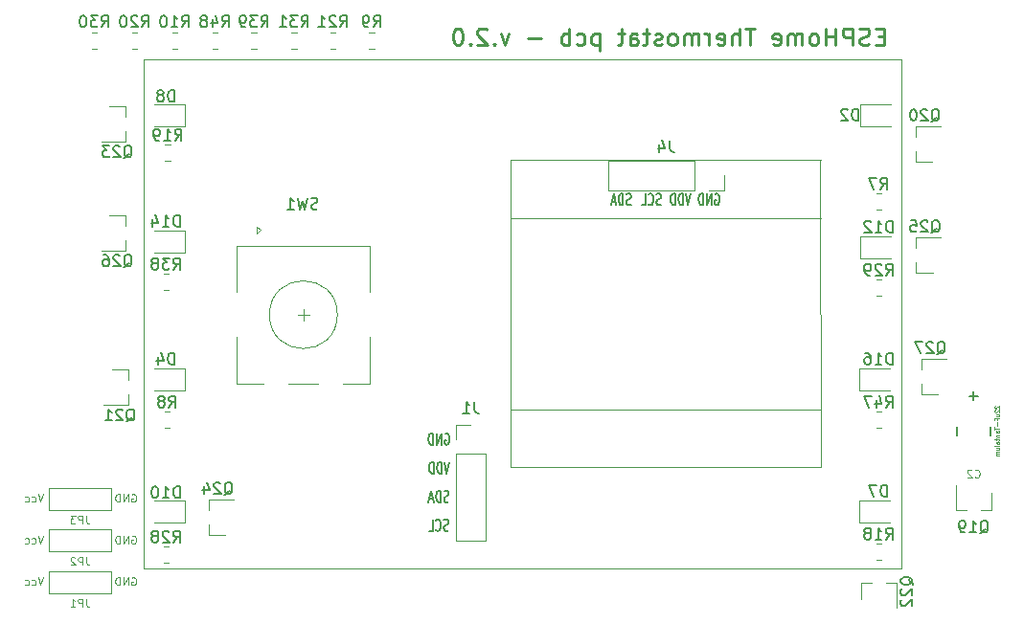
<source format=gbo>
G04 #@! TF.GenerationSoftware,KiCad,Pcbnew,5.1.12-84ad8e8a86~92~ubuntu20.04.1*
G04 #@! TF.CreationDate,2022-02-11T20:38:02+01:00*
G04 #@! TF.ProjectId,ESPHome-Thermostat-pcb,45535048-6f6d-4652-9d54-6865726d6f73,2.0*
G04 #@! TF.SameCoordinates,Original*
G04 #@! TF.FileFunction,Legend,Bot*
G04 #@! TF.FilePolarity,Positive*
%FSLAX46Y46*%
G04 Gerber Fmt 4.6, Leading zero omitted, Abs format (unit mm)*
G04 Created by KiCad (PCBNEW 5.1.12-84ad8e8a86~92~ubuntu20.04.1) date 2022-02-11 20:38:02*
%MOMM*%
%LPD*%
G01*
G04 APERTURE LIST*
%ADD10C,0.250000*%
%ADD11C,0.150000*%
%ADD12C,0.120000*%
%ADD13C,0.127000*%
%ADD14C,0.050000*%
G04 APERTURE END LIST*
D10*
X126950000Y-51962857D02*
X126450000Y-51962857D01*
X126235714Y-52748571D02*
X126950000Y-52748571D01*
X126950000Y-51248571D01*
X126235714Y-51248571D01*
X125664285Y-52677142D02*
X125450000Y-52748571D01*
X125092857Y-52748571D01*
X124950000Y-52677142D01*
X124878571Y-52605714D01*
X124807142Y-52462857D01*
X124807142Y-52320000D01*
X124878571Y-52177142D01*
X124950000Y-52105714D01*
X125092857Y-52034285D01*
X125378571Y-51962857D01*
X125521428Y-51891428D01*
X125592857Y-51820000D01*
X125664285Y-51677142D01*
X125664285Y-51534285D01*
X125592857Y-51391428D01*
X125521428Y-51320000D01*
X125378571Y-51248571D01*
X125021428Y-51248571D01*
X124807142Y-51320000D01*
X124164285Y-52748571D02*
X124164285Y-51248571D01*
X123592857Y-51248571D01*
X123450000Y-51320000D01*
X123378571Y-51391428D01*
X123307142Y-51534285D01*
X123307142Y-51748571D01*
X123378571Y-51891428D01*
X123450000Y-51962857D01*
X123592857Y-52034285D01*
X124164285Y-52034285D01*
X122664285Y-52748571D02*
X122664285Y-51248571D01*
X122664285Y-51962857D02*
X121807142Y-51962857D01*
X121807142Y-52748571D02*
X121807142Y-51248571D01*
X120878571Y-52748571D02*
X121021428Y-52677142D01*
X121092857Y-52605714D01*
X121164285Y-52462857D01*
X121164285Y-52034285D01*
X121092857Y-51891428D01*
X121021428Y-51820000D01*
X120878571Y-51748571D01*
X120664285Y-51748571D01*
X120521428Y-51820000D01*
X120450000Y-51891428D01*
X120378571Y-52034285D01*
X120378571Y-52462857D01*
X120450000Y-52605714D01*
X120521428Y-52677142D01*
X120664285Y-52748571D01*
X120878571Y-52748571D01*
X119735714Y-52748571D02*
X119735714Y-51748571D01*
X119735714Y-51891428D02*
X119664285Y-51820000D01*
X119521428Y-51748571D01*
X119307142Y-51748571D01*
X119164285Y-51820000D01*
X119092857Y-51962857D01*
X119092857Y-52748571D01*
X119092857Y-51962857D02*
X119021428Y-51820000D01*
X118878571Y-51748571D01*
X118664285Y-51748571D01*
X118521428Y-51820000D01*
X118450000Y-51962857D01*
X118450000Y-52748571D01*
X117164285Y-52677142D02*
X117307142Y-52748571D01*
X117592857Y-52748571D01*
X117735714Y-52677142D01*
X117807142Y-52534285D01*
X117807142Y-51962857D01*
X117735714Y-51820000D01*
X117592857Y-51748571D01*
X117307142Y-51748571D01*
X117164285Y-51820000D01*
X117092857Y-51962857D01*
X117092857Y-52105714D01*
X117807142Y-52248571D01*
X115521428Y-51248571D02*
X114664285Y-51248571D01*
X115092857Y-52748571D02*
X115092857Y-51248571D01*
X114164285Y-52748571D02*
X114164285Y-51248571D01*
X113521428Y-52748571D02*
X113521428Y-51962857D01*
X113592857Y-51820000D01*
X113735714Y-51748571D01*
X113950000Y-51748571D01*
X114092857Y-51820000D01*
X114164285Y-51891428D01*
X112235714Y-52677142D02*
X112378571Y-52748571D01*
X112664285Y-52748571D01*
X112807142Y-52677142D01*
X112878571Y-52534285D01*
X112878571Y-51962857D01*
X112807142Y-51820000D01*
X112664285Y-51748571D01*
X112378571Y-51748571D01*
X112235714Y-51820000D01*
X112164285Y-51962857D01*
X112164285Y-52105714D01*
X112878571Y-52248571D01*
X111521428Y-52748571D02*
X111521428Y-51748571D01*
X111521428Y-52034285D02*
X111450000Y-51891428D01*
X111378571Y-51820000D01*
X111235714Y-51748571D01*
X111092857Y-51748571D01*
X110592857Y-52748571D02*
X110592857Y-51748571D01*
X110592857Y-51891428D02*
X110521428Y-51820000D01*
X110378571Y-51748571D01*
X110164285Y-51748571D01*
X110021428Y-51820000D01*
X109950000Y-51962857D01*
X109950000Y-52748571D01*
X109950000Y-51962857D02*
X109878571Y-51820000D01*
X109735714Y-51748571D01*
X109521428Y-51748571D01*
X109378571Y-51820000D01*
X109307142Y-51962857D01*
X109307142Y-52748571D01*
X108378571Y-52748571D02*
X108521428Y-52677142D01*
X108592857Y-52605714D01*
X108664285Y-52462857D01*
X108664285Y-52034285D01*
X108592857Y-51891428D01*
X108521428Y-51820000D01*
X108378571Y-51748571D01*
X108164285Y-51748571D01*
X108021428Y-51820000D01*
X107950000Y-51891428D01*
X107878571Y-52034285D01*
X107878571Y-52462857D01*
X107950000Y-52605714D01*
X108021428Y-52677142D01*
X108164285Y-52748571D01*
X108378571Y-52748571D01*
X107307142Y-52677142D02*
X107164285Y-52748571D01*
X106878571Y-52748571D01*
X106735714Y-52677142D01*
X106664285Y-52534285D01*
X106664285Y-52462857D01*
X106735714Y-52320000D01*
X106878571Y-52248571D01*
X107092857Y-52248571D01*
X107235714Y-52177142D01*
X107307142Y-52034285D01*
X107307142Y-51962857D01*
X107235714Y-51820000D01*
X107092857Y-51748571D01*
X106878571Y-51748571D01*
X106735714Y-51820000D01*
X106235714Y-51748571D02*
X105664285Y-51748571D01*
X106021428Y-51248571D02*
X106021428Y-52534285D01*
X105950000Y-52677142D01*
X105807142Y-52748571D01*
X105664285Y-52748571D01*
X104521428Y-52748571D02*
X104521428Y-51962857D01*
X104592857Y-51820000D01*
X104735714Y-51748571D01*
X105021428Y-51748571D01*
X105164285Y-51820000D01*
X104521428Y-52677142D02*
X104664285Y-52748571D01*
X105021428Y-52748571D01*
X105164285Y-52677142D01*
X105235714Y-52534285D01*
X105235714Y-52391428D01*
X105164285Y-52248571D01*
X105021428Y-52177142D01*
X104664285Y-52177142D01*
X104521428Y-52105714D01*
X104021428Y-51748571D02*
X103450000Y-51748571D01*
X103807142Y-51248571D02*
X103807142Y-52534285D01*
X103735714Y-52677142D01*
X103592857Y-52748571D01*
X103450000Y-52748571D01*
X101807142Y-51748571D02*
X101807142Y-53248571D01*
X101807142Y-51820000D02*
X101664285Y-51748571D01*
X101378571Y-51748571D01*
X101235714Y-51820000D01*
X101164285Y-51891428D01*
X101092857Y-52034285D01*
X101092857Y-52462857D01*
X101164285Y-52605714D01*
X101235714Y-52677142D01*
X101378571Y-52748571D01*
X101664285Y-52748571D01*
X101807142Y-52677142D01*
X99807142Y-52677142D02*
X99950000Y-52748571D01*
X100235714Y-52748571D01*
X100378571Y-52677142D01*
X100450000Y-52605714D01*
X100521428Y-52462857D01*
X100521428Y-52034285D01*
X100450000Y-51891428D01*
X100378571Y-51820000D01*
X100235714Y-51748571D01*
X99950000Y-51748571D01*
X99807142Y-51820000D01*
X99164285Y-52748571D02*
X99164285Y-51248571D01*
X99164285Y-51820000D02*
X99021428Y-51748571D01*
X98735714Y-51748571D01*
X98592857Y-51820000D01*
X98521428Y-51891428D01*
X98450000Y-52034285D01*
X98450000Y-52462857D01*
X98521428Y-52605714D01*
X98592857Y-52677142D01*
X98735714Y-52748571D01*
X99021428Y-52748571D01*
X99164285Y-52677142D01*
X96664285Y-52177142D02*
X95521428Y-52177142D01*
X93807142Y-51748571D02*
X93450000Y-52748571D01*
X93092857Y-51748571D01*
X92521428Y-52605714D02*
X92450000Y-52677142D01*
X92521428Y-52748571D01*
X92592857Y-52677142D01*
X92521428Y-52605714D01*
X92521428Y-52748571D01*
X91878571Y-51391428D02*
X91807142Y-51320000D01*
X91664285Y-51248571D01*
X91307142Y-51248571D01*
X91164285Y-51320000D01*
X91092857Y-51391428D01*
X91021428Y-51534285D01*
X91021428Y-51677142D01*
X91092857Y-51891428D01*
X91950000Y-52748571D01*
X91021428Y-52748571D01*
X90378571Y-52605714D02*
X90307142Y-52677142D01*
X90378571Y-52748571D01*
X90450000Y-52677142D01*
X90378571Y-52605714D01*
X90378571Y-52748571D01*
X89378571Y-51248571D02*
X89235714Y-51248571D01*
X89092857Y-51320000D01*
X89021428Y-51391428D01*
X88950000Y-51534285D01*
X88878571Y-51820000D01*
X88878571Y-52177142D01*
X88950000Y-52462857D01*
X89021428Y-52605714D01*
X89092857Y-52677142D01*
X89235714Y-52748571D01*
X89378571Y-52748571D01*
X89521428Y-52677142D01*
X89592857Y-52605714D01*
X89664285Y-52462857D01*
X89735714Y-52177142D01*
X89735714Y-51820000D01*
X89664285Y-51534285D01*
X89592857Y-51391428D01*
X89521428Y-51320000D01*
X89378571Y-51248571D01*
D11*
X135254952Y-83764428D02*
X134493047Y-83764428D01*
X134874000Y-84145380D02*
X134874000Y-83383476D01*
X88463333Y-95654761D02*
X88363333Y-95702380D01*
X88196666Y-95702380D01*
X88130000Y-95654761D01*
X88096666Y-95607142D01*
X88063333Y-95511904D01*
X88063333Y-95416666D01*
X88096666Y-95321428D01*
X88130000Y-95273809D01*
X88196666Y-95226190D01*
X88330000Y-95178571D01*
X88396666Y-95130952D01*
X88430000Y-95083333D01*
X88463333Y-94988095D01*
X88463333Y-94892857D01*
X88430000Y-94797619D01*
X88396666Y-94750000D01*
X88330000Y-94702380D01*
X88163333Y-94702380D01*
X88063333Y-94750000D01*
X87363333Y-95607142D02*
X87396666Y-95654761D01*
X87496666Y-95702380D01*
X87563333Y-95702380D01*
X87663333Y-95654761D01*
X87730000Y-95559523D01*
X87763333Y-95464285D01*
X87796666Y-95273809D01*
X87796666Y-95130952D01*
X87763333Y-94940476D01*
X87730000Y-94845238D01*
X87663333Y-94750000D01*
X87563333Y-94702380D01*
X87496666Y-94702380D01*
X87396666Y-94750000D01*
X87363333Y-94797619D01*
X86730000Y-95702380D02*
X87063333Y-95702380D01*
X87063333Y-94702380D01*
X88480000Y-93114761D02*
X88380000Y-93162380D01*
X88213333Y-93162380D01*
X88146666Y-93114761D01*
X88113333Y-93067142D01*
X88080000Y-92971904D01*
X88080000Y-92876666D01*
X88113333Y-92781428D01*
X88146666Y-92733809D01*
X88213333Y-92686190D01*
X88346666Y-92638571D01*
X88413333Y-92590952D01*
X88446666Y-92543333D01*
X88480000Y-92448095D01*
X88480000Y-92352857D01*
X88446666Y-92257619D01*
X88413333Y-92210000D01*
X88346666Y-92162380D01*
X88180000Y-92162380D01*
X88080000Y-92210000D01*
X87780000Y-93162380D02*
X87780000Y-92162380D01*
X87613333Y-92162380D01*
X87513333Y-92210000D01*
X87446666Y-92305238D01*
X87413333Y-92400476D01*
X87380000Y-92590952D01*
X87380000Y-92733809D01*
X87413333Y-92924285D01*
X87446666Y-93019523D01*
X87513333Y-93114761D01*
X87613333Y-93162380D01*
X87780000Y-93162380D01*
X87113333Y-92876666D02*
X86780000Y-92876666D01*
X87180000Y-93162380D02*
X86946666Y-92162380D01*
X86713333Y-93162380D01*
X88563333Y-89622380D02*
X88330000Y-90622380D01*
X88096666Y-89622380D01*
X87863333Y-90622380D02*
X87863333Y-89622380D01*
X87696666Y-89622380D01*
X87596666Y-89670000D01*
X87530000Y-89765238D01*
X87496666Y-89860476D01*
X87463333Y-90050952D01*
X87463333Y-90193809D01*
X87496666Y-90384285D01*
X87530000Y-90479523D01*
X87596666Y-90574761D01*
X87696666Y-90622380D01*
X87863333Y-90622380D01*
X87163333Y-90622380D02*
X87163333Y-89622380D01*
X86996666Y-89622380D01*
X86896666Y-89670000D01*
X86830000Y-89765238D01*
X86796666Y-89860476D01*
X86763333Y-90050952D01*
X86763333Y-90193809D01*
X86796666Y-90384285D01*
X86830000Y-90479523D01*
X86896666Y-90574761D01*
X86996666Y-90622380D01*
X87163333Y-90622380D01*
X88163333Y-87130000D02*
X88230000Y-87082380D01*
X88330000Y-87082380D01*
X88430000Y-87130000D01*
X88496666Y-87225238D01*
X88530000Y-87320476D01*
X88563333Y-87510952D01*
X88563333Y-87653809D01*
X88530000Y-87844285D01*
X88496666Y-87939523D01*
X88430000Y-88034761D01*
X88330000Y-88082380D01*
X88263333Y-88082380D01*
X88163333Y-88034761D01*
X88130000Y-87987142D01*
X88130000Y-87653809D01*
X88263333Y-87653809D01*
X87830000Y-88082380D02*
X87830000Y-87082380D01*
X87430000Y-88082380D01*
X87430000Y-87082380D01*
X87096666Y-88082380D02*
X87096666Y-87082380D01*
X86930000Y-87082380D01*
X86830000Y-87130000D01*
X86763333Y-87225238D01*
X86730000Y-87320476D01*
X86696666Y-87510952D01*
X86696666Y-87653809D01*
X86730000Y-87844285D01*
X86763333Y-87939523D01*
X86830000Y-88034761D01*
X86930000Y-88082380D01*
X87096666Y-88082380D01*
D12*
X61500000Y-99000000D02*
X61500000Y-54000000D01*
X128500000Y-99000000D02*
X61500000Y-99000000D01*
X128500000Y-54000000D02*
X128500000Y-99000000D01*
X61500000Y-54000000D02*
X128500000Y-54000000D01*
X130304000Y-83622000D02*
X131764000Y-83622000D01*
X130304000Y-80462000D02*
X132464000Y-80462000D01*
X130304000Y-80462000D02*
X130304000Y-81392000D01*
X130304000Y-83622000D02*
X130304000Y-82692000D01*
X59942000Y-67762000D02*
X58482000Y-67762000D01*
X59942000Y-70922000D02*
X57782000Y-70922000D01*
X59942000Y-70922000D02*
X59942000Y-69992000D01*
X59942000Y-67762000D02*
X59942000Y-68692000D01*
X129812000Y-72888000D02*
X131272000Y-72888000D01*
X129812000Y-69728000D02*
X131972000Y-69728000D01*
X129812000Y-69728000D02*
X129812000Y-70658000D01*
X129812000Y-72888000D02*
X129812000Y-71958000D01*
X67312000Y-96068000D02*
X68772000Y-96068000D01*
X67312000Y-92908000D02*
X69472000Y-92908000D01*
X67312000Y-92908000D02*
X67312000Y-93838000D01*
X67312000Y-96068000D02*
X67312000Y-95138000D01*
X59942000Y-58110000D02*
X58482000Y-58110000D01*
X59942000Y-61270000D02*
X57782000Y-61270000D01*
X59942000Y-61270000D02*
X59942000Y-60340000D01*
X59942000Y-58110000D02*
X59942000Y-59040000D01*
X124912000Y-100332000D02*
X124912000Y-101792000D01*
X128072000Y-100332000D02*
X128072000Y-102492000D01*
X128072000Y-100332000D02*
X127142000Y-100332000D01*
X124912000Y-100332000D02*
X125842000Y-100332000D01*
X60180000Y-81412000D02*
X58720000Y-81412000D01*
X60180000Y-84572000D02*
X58020000Y-84572000D01*
X60180000Y-84572000D02*
X60180000Y-83642000D01*
X60180000Y-81412000D02*
X60180000Y-82342000D01*
X129796000Y-63048000D02*
X131256000Y-63048000D01*
X129796000Y-59888000D02*
X131956000Y-59888000D01*
X129796000Y-59888000D02*
X129796000Y-60818000D01*
X129796000Y-63048000D02*
X129796000Y-62118000D01*
X90424000Y-86300000D02*
X89094000Y-86300000D01*
X89094000Y-86300000D02*
X89094000Y-87630000D01*
X89094000Y-88900000D02*
X89094000Y-96580000D01*
X91754000Y-96580000D02*
X89094000Y-96580000D01*
X91754000Y-88900000D02*
X91754000Y-96580000D01*
X91754000Y-88900000D02*
X89094000Y-88900000D01*
X68045064Y-51589000D02*
X67590936Y-51589000D01*
X68045064Y-53059000D02*
X67590936Y-53059000D01*
X71497564Y-51589000D02*
X71043436Y-51589000D01*
X71497564Y-53059000D02*
X71043436Y-53059000D01*
X75053564Y-51589000D02*
X74599436Y-51589000D01*
X75053564Y-53059000D02*
X74599436Y-53059000D01*
X57377064Y-51589000D02*
X56922936Y-51589000D01*
X57377064Y-53059000D02*
X56922936Y-53059000D01*
X60933064Y-51589000D02*
X60478936Y-51589000D01*
X60933064Y-53059000D02*
X60478936Y-53059000D01*
X78459064Y-51589000D02*
X78004936Y-51589000D01*
X78459064Y-53059000D02*
X78004936Y-53059000D01*
X64489064Y-51589000D02*
X64034936Y-51589000D01*
X64489064Y-53059000D02*
X64034936Y-53059000D01*
X126264936Y-86587000D02*
X126719064Y-86587000D01*
X126264936Y-85117000D02*
X126719064Y-85117000D01*
X63727064Y-72925000D02*
X63272936Y-72925000D01*
X63727064Y-74395000D02*
X63272936Y-74395000D01*
X126264936Y-74903000D02*
X126719064Y-74903000D01*
X126264936Y-73433000D02*
X126719064Y-73433000D01*
X63727064Y-97055000D02*
X63272936Y-97055000D01*
X63727064Y-98525000D02*
X63272936Y-98525000D01*
X126719064Y-96801000D02*
X126264936Y-96801000D01*
X126719064Y-98271000D02*
X126264936Y-98271000D01*
X63877564Y-61495000D02*
X63423436Y-61495000D01*
X63877564Y-62965000D02*
X63423436Y-62965000D01*
X81911564Y-51589000D02*
X81457436Y-51589000D01*
X81911564Y-53059000D02*
X81457436Y-53059000D01*
X63830564Y-85117000D02*
X63376436Y-85117000D01*
X63830564Y-86587000D02*
X63376436Y-86587000D01*
X126719064Y-65813000D02*
X126264936Y-65813000D01*
X126719064Y-67283000D02*
X126264936Y-67283000D01*
X127492000Y-83256000D02*
X124807000Y-83256000D01*
X124807000Y-83256000D02*
X124807000Y-81336000D01*
X124807000Y-81336000D02*
X127492000Y-81336000D01*
X62500000Y-69144000D02*
X65185000Y-69144000D01*
X65185000Y-69144000D02*
X65185000Y-71064000D01*
X65185000Y-71064000D02*
X62500000Y-71064000D01*
X127570500Y-71572000D02*
X124885500Y-71572000D01*
X124885500Y-71572000D02*
X124885500Y-69652000D01*
X124885500Y-69652000D02*
X127570500Y-69652000D01*
X62500000Y-93020000D02*
X65185000Y-93020000D01*
X65185000Y-93020000D02*
X65185000Y-94940000D01*
X65185000Y-94940000D02*
X62500000Y-94940000D01*
X127492000Y-94940000D02*
X124807000Y-94940000D01*
X124807000Y-94940000D02*
X124807000Y-93020000D01*
X124807000Y-93020000D02*
X127492000Y-93020000D01*
X62500000Y-57968000D02*
X65185000Y-57968000D01*
X65185000Y-57968000D02*
X65185000Y-59888000D01*
X65185000Y-59888000D02*
X62500000Y-59888000D01*
X62500000Y-81336000D02*
X65185000Y-81336000D01*
X65185000Y-81336000D02*
X65185000Y-83256000D01*
X65185000Y-83256000D02*
X62500000Y-83256000D01*
X127570500Y-59888000D02*
X124885500Y-59888000D01*
X124885500Y-59888000D02*
X124885500Y-57968000D01*
X124885500Y-57968000D02*
X127570500Y-57968000D01*
D13*
X136374000Y-86498000D02*
X136374000Y-87238000D01*
X133374000Y-86498000D02*
X133374000Y-87238000D01*
D12*
X136454000Y-93851000D02*
X135524000Y-93851000D01*
X133294000Y-93851000D02*
X134224000Y-93851000D01*
X133294000Y-93851000D02*
X133294000Y-91691000D01*
X136454000Y-93851000D02*
X136454000Y-92391000D01*
X53130000Y-91887000D02*
X53130000Y-93837000D01*
X58630000Y-91887000D02*
X53130000Y-91887000D01*
X58630000Y-93837000D02*
X58630000Y-91887000D01*
X53130000Y-93837000D02*
X58630000Y-93837000D01*
X53130000Y-95570000D02*
X53130000Y-97520000D01*
X58630000Y-95570000D02*
X53130000Y-95570000D01*
X58630000Y-97520000D02*
X58630000Y-95570000D01*
X53130000Y-97520000D02*
X58630000Y-97520000D01*
X53162000Y-99253000D02*
X53162000Y-101203000D01*
X58662000Y-99253000D02*
X53162000Y-99253000D01*
X58662000Y-101203000D02*
X58662000Y-99253000D01*
X53162000Y-101203000D02*
X58662000Y-101203000D01*
X102556000Y-65592000D02*
X102556000Y-62932000D01*
X111506000Y-65592000D02*
X112836000Y-65592000D01*
X112836000Y-65592000D02*
X112836000Y-64262000D01*
X110236000Y-65592000D02*
X102556000Y-65592000D01*
X110236000Y-65592000D02*
X110236000Y-62932000D01*
X110236000Y-62932000D02*
X102556000Y-62932000D01*
X93980000Y-90043000D02*
X93980000Y-62865000D01*
X121412000Y-84963000D02*
X93980000Y-84963000D01*
X121412000Y-68072000D02*
X93980000Y-68072000D01*
X121412000Y-90043000D02*
X121285000Y-62865000D01*
X93980000Y-90043000D02*
X121412000Y-90043000D01*
X121412000Y-62865000D02*
X93980000Y-62865000D01*
X75652000Y-76088000D02*
X75652000Y-77088000D01*
X75152000Y-76588000D02*
X76152000Y-76588000D01*
X79152000Y-82688000D02*
X81552000Y-82688000D01*
X74352000Y-82688000D02*
X76952000Y-82688000D01*
X69752000Y-82688000D02*
X72152000Y-82688000D01*
X71552000Y-69388000D02*
X71852000Y-69088000D01*
X71552000Y-68788000D02*
X71552000Y-69388000D01*
X71852000Y-69088000D02*
X71552000Y-68788000D01*
X69752000Y-70488000D02*
X81552000Y-70488000D01*
X69752000Y-74588000D02*
X69752000Y-70488000D01*
X81552000Y-74588000D02*
X81552000Y-70488000D01*
X81552000Y-82688000D02*
X81552000Y-78588000D01*
X69752000Y-78588000D02*
X69752000Y-82688000D01*
X78652000Y-76588000D02*
G75*
G03*
X78652000Y-76588000I-3000000J0D01*
G01*
D11*
X131635428Y-80089619D02*
X131730666Y-80042000D01*
X131825904Y-79946761D01*
X131968761Y-79803904D01*
X132064000Y-79756285D01*
X132159238Y-79756285D01*
X132111619Y-79994380D02*
X132206857Y-79946761D01*
X132302095Y-79851523D01*
X132349714Y-79661047D01*
X132349714Y-79327714D01*
X132302095Y-79137238D01*
X132206857Y-79042000D01*
X132111619Y-78994380D01*
X131921142Y-78994380D01*
X131825904Y-79042000D01*
X131730666Y-79137238D01*
X131683047Y-79327714D01*
X131683047Y-79661047D01*
X131730666Y-79851523D01*
X131825904Y-79946761D01*
X131921142Y-79994380D01*
X132111619Y-79994380D01*
X131302095Y-79089619D02*
X131254476Y-79042000D01*
X131159238Y-78994380D01*
X130921142Y-78994380D01*
X130825904Y-79042000D01*
X130778285Y-79089619D01*
X130730666Y-79184857D01*
X130730666Y-79280095D01*
X130778285Y-79422952D01*
X131349714Y-79994380D01*
X130730666Y-79994380D01*
X130397333Y-78994380D02*
X129730666Y-78994380D01*
X130159238Y-79994380D01*
X59753428Y-72389619D02*
X59848666Y-72342000D01*
X59943904Y-72246761D01*
X60086761Y-72103904D01*
X60182000Y-72056285D01*
X60277238Y-72056285D01*
X60229619Y-72294380D02*
X60324857Y-72246761D01*
X60420095Y-72151523D01*
X60467714Y-71961047D01*
X60467714Y-71627714D01*
X60420095Y-71437238D01*
X60324857Y-71342000D01*
X60229619Y-71294380D01*
X60039142Y-71294380D01*
X59943904Y-71342000D01*
X59848666Y-71437238D01*
X59801047Y-71627714D01*
X59801047Y-71961047D01*
X59848666Y-72151523D01*
X59943904Y-72246761D01*
X60039142Y-72294380D01*
X60229619Y-72294380D01*
X59420095Y-71389619D02*
X59372476Y-71342000D01*
X59277238Y-71294380D01*
X59039142Y-71294380D01*
X58943904Y-71342000D01*
X58896285Y-71389619D01*
X58848666Y-71484857D01*
X58848666Y-71580095D01*
X58896285Y-71722952D01*
X59467714Y-72294380D01*
X58848666Y-72294380D01*
X57991523Y-71294380D02*
X58182000Y-71294380D01*
X58277238Y-71342000D01*
X58324857Y-71389619D01*
X58420095Y-71532476D01*
X58467714Y-71722952D01*
X58467714Y-72103904D01*
X58420095Y-72199142D01*
X58372476Y-72246761D01*
X58277238Y-72294380D01*
X58086761Y-72294380D01*
X57991523Y-72246761D01*
X57943904Y-72199142D01*
X57896285Y-72103904D01*
X57896285Y-71865809D01*
X57943904Y-71770571D01*
X57991523Y-71722952D01*
X58086761Y-71675333D01*
X58277238Y-71675333D01*
X58372476Y-71722952D01*
X58420095Y-71770571D01*
X58467714Y-71865809D01*
X131143428Y-69355619D02*
X131238666Y-69308000D01*
X131333904Y-69212761D01*
X131476761Y-69069904D01*
X131572000Y-69022285D01*
X131667238Y-69022285D01*
X131619619Y-69260380D02*
X131714857Y-69212761D01*
X131810095Y-69117523D01*
X131857714Y-68927047D01*
X131857714Y-68593714D01*
X131810095Y-68403238D01*
X131714857Y-68308000D01*
X131619619Y-68260380D01*
X131429142Y-68260380D01*
X131333904Y-68308000D01*
X131238666Y-68403238D01*
X131191047Y-68593714D01*
X131191047Y-68927047D01*
X131238666Y-69117523D01*
X131333904Y-69212761D01*
X131429142Y-69260380D01*
X131619619Y-69260380D01*
X130810095Y-68355619D02*
X130762476Y-68308000D01*
X130667238Y-68260380D01*
X130429142Y-68260380D01*
X130333904Y-68308000D01*
X130286285Y-68355619D01*
X130238666Y-68450857D01*
X130238666Y-68546095D01*
X130286285Y-68688952D01*
X130857714Y-69260380D01*
X130238666Y-69260380D01*
X129333904Y-68260380D02*
X129810095Y-68260380D01*
X129857714Y-68736571D01*
X129810095Y-68688952D01*
X129714857Y-68641333D01*
X129476761Y-68641333D01*
X129381523Y-68688952D01*
X129333904Y-68736571D01*
X129286285Y-68831809D01*
X129286285Y-69069904D01*
X129333904Y-69165142D01*
X129381523Y-69212761D01*
X129476761Y-69260380D01*
X129714857Y-69260380D01*
X129810095Y-69212761D01*
X129857714Y-69165142D01*
X68643428Y-92535619D02*
X68738666Y-92488000D01*
X68833904Y-92392761D01*
X68976761Y-92249904D01*
X69072000Y-92202285D01*
X69167238Y-92202285D01*
X69119619Y-92440380D02*
X69214857Y-92392761D01*
X69310095Y-92297523D01*
X69357714Y-92107047D01*
X69357714Y-91773714D01*
X69310095Y-91583238D01*
X69214857Y-91488000D01*
X69119619Y-91440380D01*
X68929142Y-91440380D01*
X68833904Y-91488000D01*
X68738666Y-91583238D01*
X68691047Y-91773714D01*
X68691047Y-92107047D01*
X68738666Y-92297523D01*
X68833904Y-92392761D01*
X68929142Y-92440380D01*
X69119619Y-92440380D01*
X68310095Y-91535619D02*
X68262476Y-91488000D01*
X68167238Y-91440380D01*
X67929142Y-91440380D01*
X67833904Y-91488000D01*
X67786285Y-91535619D01*
X67738666Y-91630857D01*
X67738666Y-91726095D01*
X67786285Y-91868952D01*
X68357714Y-92440380D01*
X67738666Y-92440380D01*
X66881523Y-91773714D02*
X66881523Y-92440380D01*
X67119619Y-91392761D02*
X67357714Y-92107047D01*
X66738666Y-92107047D01*
X59753428Y-62737619D02*
X59848666Y-62690000D01*
X59943904Y-62594761D01*
X60086761Y-62451904D01*
X60182000Y-62404285D01*
X60277238Y-62404285D01*
X60229619Y-62642380D02*
X60324857Y-62594761D01*
X60420095Y-62499523D01*
X60467714Y-62309047D01*
X60467714Y-61975714D01*
X60420095Y-61785238D01*
X60324857Y-61690000D01*
X60229619Y-61642380D01*
X60039142Y-61642380D01*
X59943904Y-61690000D01*
X59848666Y-61785238D01*
X59801047Y-61975714D01*
X59801047Y-62309047D01*
X59848666Y-62499523D01*
X59943904Y-62594761D01*
X60039142Y-62642380D01*
X60229619Y-62642380D01*
X59420095Y-61737619D02*
X59372476Y-61690000D01*
X59277238Y-61642380D01*
X59039142Y-61642380D01*
X58943904Y-61690000D01*
X58896285Y-61737619D01*
X58848666Y-61832857D01*
X58848666Y-61928095D01*
X58896285Y-62070952D01*
X59467714Y-62642380D01*
X58848666Y-62642380D01*
X58515333Y-61642380D02*
X57896285Y-61642380D01*
X58229619Y-62023333D01*
X58086761Y-62023333D01*
X57991523Y-62070952D01*
X57943904Y-62118571D01*
X57896285Y-62213809D01*
X57896285Y-62451904D01*
X57943904Y-62547142D01*
X57991523Y-62594761D01*
X58086761Y-62642380D01*
X58372476Y-62642380D01*
X58467714Y-62594761D01*
X58515333Y-62547142D01*
X129539619Y-100520571D02*
X129492000Y-100425333D01*
X129396761Y-100330095D01*
X129253904Y-100187238D01*
X129206285Y-100092000D01*
X129206285Y-99996761D01*
X129444380Y-100044380D02*
X129396761Y-99949142D01*
X129301523Y-99853904D01*
X129111047Y-99806285D01*
X128777714Y-99806285D01*
X128587238Y-99853904D01*
X128492000Y-99949142D01*
X128444380Y-100044380D01*
X128444380Y-100234857D01*
X128492000Y-100330095D01*
X128587238Y-100425333D01*
X128777714Y-100472952D01*
X129111047Y-100472952D01*
X129301523Y-100425333D01*
X129396761Y-100330095D01*
X129444380Y-100234857D01*
X129444380Y-100044380D01*
X128539619Y-100853904D02*
X128492000Y-100901523D01*
X128444380Y-100996761D01*
X128444380Y-101234857D01*
X128492000Y-101330095D01*
X128539619Y-101377714D01*
X128634857Y-101425333D01*
X128730095Y-101425333D01*
X128872952Y-101377714D01*
X129444380Y-100806285D01*
X129444380Y-101425333D01*
X128539619Y-101806285D02*
X128492000Y-101853904D01*
X128444380Y-101949142D01*
X128444380Y-102187238D01*
X128492000Y-102282476D01*
X128539619Y-102330095D01*
X128634857Y-102377714D01*
X128730095Y-102377714D01*
X128872952Y-102330095D01*
X129444380Y-101758666D01*
X129444380Y-102377714D01*
X59991428Y-86039619D02*
X60086666Y-85992000D01*
X60181904Y-85896761D01*
X60324761Y-85753904D01*
X60420000Y-85706285D01*
X60515238Y-85706285D01*
X60467619Y-85944380D02*
X60562857Y-85896761D01*
X60658095Y-85801523D01*
X60705714Y-85611047D01*
X60705714Y-85277714D01*
X60658095Y-85087238D01*
X60562857Y-84992000D01*
X60467619Y-84944380D01*
X60277142Y-84944380D01*
X60181904Y-84992000D01*
X60086666Y-85087238D01*
X60039047Y-85277714D01*
X60039047Y-85611047D01*
X60086666Y-85801523D01*
X60181904Y-85896761D01*
X60277142Y-85944380D01*
X60467619Y-85944380D01*
X59658095Y-85039619D02*
X59610476Y-84992000D01*
X59515238Y-84944380D01*
X59277142Y-84944380D01*
X59181904Y-84992000D01*
X59134285Y-85039619D01*
X59086666Y-85134857D01*
X59086666Y-85230095D01*
X59134285Y-85372952D01*
X59705714Y-85944380D01*
X59086666Y-85944380D01*
X58134285Y-85944380D02*
X58705714Y-85944380D01*
X58420000Y-85944380D02*
X58420000Y-84944380D01*
X58515238Y-85087238D01*
X58610476Y-85182476D01*
X58705714Y-85230095D01*
X131127428Y-59515619D02*
X131222666Y-59468000D01*
X131317904Y-59372761D01*
X131460761Y-59229904D01*
X131556000Y-59182285D01*
X131651238Y-59182285D01*
X131603619Y-59420380D02*
X131698857Y-59372761D01*
X131794095Y-59277523D01*
X131841714Y-59087047D01*
X131841714Y-58753714D01*
X131794095Y-58563238D01*
X131698857Y-58468000D01*
X131603619Y-58420380D01*
X131413142Y-58420380D01*
X131317904Y-58468000D01*
X131222666Y-58563238D01*
X131175047Y-58753714D01*
X131175047Y-59087047D01*
X131222666Y-59277523D01*
X131317904Y-59372761D01*
X131413142Y-59420380D01*
X131603619Y-59420380D01*
X130794095Y-58515619D02*
X130746476Y-58468000D01*
X130651238Y-58420380D01*
X130413142Y-58420380D01*
X130317904Y-58468000D01*
X130270285Y-58515619D01*
X130222666Y-58610857D01*
X130222666Y-58706095D01*
X130270285Y-58848952D01*
X130841714Y-59420380D01*
X130222666Y-59420380D01*
X129603619Y-58420380D02*
X129508380Y-58420380D01*
X129413142Y-58468000D01*
X129365523Y-58515619D01*
X129317904Y-58610857D01*
X129270285Y-58801333D01*
X129270285Y-59039428D01*
X129317904Y-59229904D01*
X129365523Y-59325142D01*
X129413142Y-59372761D01*
X129508380Y-59420380D01*
X129603619Y-59420380D01*
X129698857Y-59372761D01*
X129746476Y-59325142D01*
X129794095Y-59229904D01*
X129841714Y-59039428D01*
X129841714Y-58801333D01*
X129794095Y-58610857D01*
X129746476Y-58515619D01*
X129698857Y-58468000D01*
X129603619Y-58420380D01*
X90757333Y-84288380D02*
X90757333Y-85002666D01*
X90804952Y-85145523D01*
X90900190Y-85240761D01*
X91043047Y-85288380D01*
X91138285Y-85288380D01*
X89757333Y-85288380D02*
X90328761Y-85288380D01*
X90043047Y-85288380D02*
X90043047Y-84288380D01*
X90138285Y-84431238D01*
X90233523Y-84526476D01*
X90328761Y-84574095D01*
X68460857Y-51126380D02*
X68794190Y-50650190D01*
X69032285Y-51126380D02*
X69032285Y-50126380D01*
X68651333Y-50126380D01*
X68556095Y-50174000D01*
X68508476Y-50221619D01*
X68460857Y-50316857D01*
X68460857Y-50459714D01*
X68508476Y-50554952D01*
X68556095Y-50602571D01*
X68651333Y-50650190D01*
X69032285Y-50650190D01*
X67603714Y-50459714D02*
X67603714Y-51126380D01*
X67841809Y-50078761D02*
X68079904Y-50793047D01*
X67460857Y-50793047D01*
X66937047Y-50554952D02*
X67032285Y-50507333D01*
X67079904Y-50459714D01*
X67127523Y-50364476D01*
X67127523Y-50316857D01*
X67079904Y-50221619D01*
X67032285Y-50174000D01*
X66937047Y-50126380D01*
X66746571Y-50126380D01*
X66651333Y-50174000D01*
X66603714Y-50221619D01*
X66556095Y-50316857D01*
X66556095Y-50364476D01*
X66603714Y-50459714D01*
X66651333Y-50507333D01*
X66746571Y-50554952D01*
X66937047Y-50554952D01*
X67032285Y-50602571D01*
X67079904Y-50650190D01*
X67127523Y-50745428D01*
X67127523Y-50935904D01*
X67079904Y-51031142D01*
X67032285Y-51078761D01*
X66937047Y-51126380D01*
X66746571Y-51126380D01*
X66651333Y-51078761D01*
X66603714Y-51031142D01*
X66556095Y-50935904D01*
X66556095Y-50745428D01*
X66603714Y-50650190D01*
X66651333Y-50602571D01*
X66746571Y-50554952D01*
X71913357Y-51126380D02*
X72246690Y-50650190D01*
X72484785Y-51126380D02*
X72484785Y-50126380D01*
X72103833Y-50126380D01*
X72008595Y-50174000D01*
X71960976Y-50221619D01*
X71913357Y-50316857D01*
X71913357Y-50459714D01*
X71960976Y-50554952D01*
X72008595Y-50602571D01*
X72103833Y-50650190D01*
X72484785Y-50650190D01*
X71580023Y-50126380D02*
X70960976Y-50126380D01*
X71294309Y-50507333D01*
X71151452Y-50507333D01*
X71056214Y-50554952D01*
X71008595Y-50602571D01*
X70960976Y-50697809D01*
X70960976Y-50935904D01*
X71008595Y-51031142D01*
X71056214Y-51078761D01*
X71151452Y-51126380D01*
X71437166Y-51126380D01*
X71532404Y-51078761D01*
X71580023Y-51031142D01*
X70484785Y-51126380D02*
X70294309Y-51126380D01*
X70199071Y-51078761D01*
X70151452Y-51031142D01*
X70056214Y-50888285D01*
X70008595Y-50697809D01*
X70008595Y-50316857D01*
X70056214Y-50221619D01*
X70103833Y-50174000D01*
X70199071Y-50126380D01*
X70389547Y-50126380D01*
X70484785Y-50174000D01*
X70532404Y-50221619D01*
X70580023Y-50316857D01*
X70580023Y-50554952D01*
X70532404Y-50650190D01*
X70484785Y-50697809D01*
X70389547Y-50745428D01*
X70199071Y-50745428D01*
X70103833Y-50697809D01*
X70056214Y-50650190D01*
X70008595Y-50554952D01*
X75469357Y-51126380D02*
X75802690Y-50650190D01*
X76040785Y-51126380D02*
X76040785Y-50126380D01*
X75659833Y-50126380D01*
X75564595Y-50174000D01*
X75516976Y-50221619D01*
X75469357Y-50316857D01*
X75469357Y-50459714D01*
X75516976Y-50554952D01*
X75564595Y-50602571D01*
X75659833Y-50650190D01*
X76040785Y-50650190D01*
X75136023Y-50126380D02*
X74516976Y-50126380D01*
X74850309Y-50507333D01*
X74707452Y-50507333D01*
X74612214Y-50554952D01*
X74564595Y-50602571D01*
X74516976Y-50697809D01*
X74516976Y-50935904D01*
X74564595Y-51031142D01*
X74612214Y-51078761D01*
X74707452Y-51126380D01*
X74993166Y-51126380D01*
X75088404Y-51078761D01*
X75136023Y-51031142D01*
X73564595Y-51126380D02*
X74136023Y-51126380D01*
X73850309Y-51126380D02*
X73850309Y-50126380D01*
X73945547Y-50269238D01*
X74040785Y-50364476D01*
X74136023Y-50412095D01*
X57792857Y-51126380D02*
X58126190Y-50650190D01*
X58364285Y-51126380D02*
X58364285Y-50126380D01*
X57983333Y-50126380D01*
X57888095Y-50174000D01*
X57840476Y-50221619D01*
X57792857Y-50316857D01*
X57792857Y-50459714D01*
X57840476Y-50554952D01*
X57888095Y-50602571D01*
X57983333Y-50650190D01*
X58364285Y-50650190D01*
X57459523Y-50126380D02*
X56840476Y-50126380D01*
X57173809Y-50507333D01*
X57030952Y-50507333D01*
X56935714Y-50554952D01*
X56888095Y-50602571D01*
X56840476Y-50697809D01*
X56840476Y-50935904D01*
X56888095Y-51031142D01*
X56935714Y-51078761D01*
X57030952Y-51126380D01*
X57316666Y-51126380D01*
X57411904Y-51078761D01*
X57459523Y-51031142D01*
X56221428Y-50126380D02*
X56126190Y-50126380D01*
X56030952Y-50174000D01*
X55983333Y-50221619D01*
X55935714Y-50316857D01*
X55888095Y-50507333D01*
X55888095Y-50745428D01*
X55935714Y-50935904D01*
X55983333Y-51031142D01*
X56030952Y-51078761D01*
X56126190Y-51126380D01*
X56221428Y-51126380D01*
X56316666Y-51078761D01*
X56364285Y-51031142D01*
X56411904Y-50935904D01*
X56459523Y-50745428D01*
X56459523Y-50507333D01*
X56411904Y-50316857D01*
X56364285Y-50221619D01*
X56316666Y-50174000D01*
X56221428Y-50126380D01*
X61348857Y-51126380D02*
X61682190Y-50650190D01*
X61920285Y-51126380D02*
X61920285Y-50126380D01*
X61539333Y-50126380D01*
X61444095Y-50174000D01*
X61396476Y-50221619D01*
X61348857Y-50316857D01*
X61348857Y-50459714D01*
X61396476Y-50554952D01*
X61444095Y-50602571D01*
X61539333Y-50650190D01*
X61920285Y-50650190D01*
X60967904Y-50221619D02*
X60920285Y-50174000D01*
X60825047Y-50126380D01*
X60586952Y-50126380D01*
X60491714Y-50174000D01*
X60444095Y-50221619D01*
X60396476Y-50316857D01*
X60396476Y-50412095D01*
X60444095Y-50554952D01*
X61015523Y-51126380D01*
X60396476Y-51126380D01*
X59777428Y-50126380D02*
X59682190Y-50126380D01*
X59586952Y-50174000D01*
X59539333Y-50221619D01*
X59491714Y-50316857D01*
X59444095Y-50507333D01*
X59444095Y-50745428D01*
X59491714Y-50935904D01*
X59539333Y-51031142D01*
X59586952Y-51078761D01*
X59682190Y-51126380D01*
X59777428Y-51126380D01*
X59872666Y-51078761D01*
X59920285Y-51031142D01*
X59967904Y-50935904D01*
X60015523Y-50745428D01*
X60015523Y-50507333D01*
X59967904Y-50316857D01*
X59920285Y-50221619D01*
X59872666Y-50174000D01*
X59777428Y-50126380D01*
X78874857Y-51126380D02*
X79208190Y-50650190D01*
X79446285Y-51126380D02*
X79446285Y-50126380D01*
X79065333Y-50126380D01*
X78970095Y-50174000D01*
X78922476Y-50221619D01*
X78874857Y-50316857D01*
X78874857Y-50459714D01*
X78922476Y-50554952D01*
X78970095Y-50602571D01*
X79065333Y-50650190D01*
X79446285Y-50650190D01*
X78493904Y-50221619D02*
X78446285Y-50174000D01*
X78351047Y-50126380D01*
X78112952Y-50126380D01*
X78017714Y-50174000D01*
X77970095Y-50221619D01*
X77922476Y-50316857D01*
X77922476Y-50412095D01*
X77970095Y-50554952D01*
X78541523Y-51126380D01*
X77922476Y-51126380D01*
X76970095Y-51126380D02*
X77541523Y-51126380D01*
X77255809Y-51126380D02*
X77255809Y-50126380D01*
X77351047Y-50269238D01*
X77446285Y-50364476D01*
X77541523Y-50412095D01*
X64904857Y-51126380D02*
X65238190Y-50650190D01*
X65476285Y-51126380D02*
X65476285Y-50126380D01*
X65095333Y-50126380D01*
X65000095Y-50174000D01*
X64952476Y-50221619D01*
X64904857Y-50316857D01*
X64904857Y-50459714D01*
X64952476Y-50554952D01*
X65000095Y-50602571D01*
X65095333Y-50650190D01*
X65476285Y-50650190D01*
X63952476Y-51126380D02*
X64523904Y-51126380D01*
X64238190Y-51126380D02*
X64238190Y-50126380D01*
X64333428Y-50269238D01*
X64428666Y-50364476D01*
X64523904Y-50412095D01*
X63333428Y-50126380D02*
X63238190Y-50126380D01*
X63142952Y-50174000D01*
X63095333Y-50221619D01*
X63047714Y-50316857D01*
X63000095Y-50507333D01*
X63000095Y-50745428D01*
X63047714Y-50935904D01*
X63095333Y-51031142D01*
X63142952Y-51078761D01*
X63238190Y-51126380D01*
X63333428Y-51126380D01*
X63428666Y-51078761D01*
X63476285Y-51031142D01*
X63523904Y-50935904D01*
X63571523Y-50745428D01*
X63571523Y-50507333D01*
X63523904Y-50316857D01*
X63476285Y-50221619D01*
X63428666Y-50174000D01*
X63333428Y-50126380D01*
X127134857Y-84780380D02*
X127468190Y-84304190D01*
X127706285Y-84780380D02*
X127706285Y-83780380D01*
X127325333Y-83780380D01*
X127230095Y-83828000D01*
X127182476Y-83875619D01*
X127134857Y-83970857D01*
X127134857Y-84113714D01*
X127182476Y-84208952D01*
X127230095Y-84256571D01*
X127325333Y-84304190D01*
X127706285Y-84304190D01*
X126277714Y-84113714D02*
X126277714Y-84780380D01*
X126515809Y-83732761D02*
X126753904Y-84447047D01*
X126134857Y-84447047D01*
X125849142Y-83780380D02*
X125182476Y-83780380D01*
X125611047Y-84780380D01*
X64142857Y-72588380D02*
X64476190Y-72112190D01*
X64714285Y-72588380D02*
X64714285Y-71588380D01*
X64333333Y-71588380D01*
X64238095Y-71636000D01*
X64190476Y-71683619D01*
X64142857Y-71778857D01*
X64142857Y-71921714D01*
X64190476Y-72016952D01*
X64238095Y-72064571D01*
X64333333Y-72112190D01*
X64714285Y-72112190D01*
X63809523Y-71588380D02*
X63190476Y-71588380D01*
X63523809Y-71969333D01*
X63380952Y-71969333D01*
X63285714Y-72016952D01*
X63238095Y-72064571D01*
X63190476Y-72159809D01*
X63190476Y-72397904D01*
X63238095Y-72493142D01*
X63285714Y-72540761D01*
X63380952Y-72588380D01*
X63666666Y-72588380D01*
X63761904Y-72540761D01*
X63809523Y-72493142D01*
X62619047Y-72016952D02*
X62714285Y-71969333D01*
X62761904Y-71921714D01*
X62809523Y-71826476D01*
X62809523Y-71778857D01*
X62761904Y-71683619D01*
X62714285Y-71636000D01*
X62619047Y-71588380D01*
X62428571Y-71588380D01*
X62333333Y-71636000D01*
X62285714Y-71683619D01*
X62238095Y-71778857D01*
X62238095Y-71826476D01*
X62285714Y-71921714D01*
X62333333Y-71969333D01*
X62428571Y-72016952D01*
X62619047Y-72016952D01*
X62714285Y-72064571D01*
X62761904Y-72112190D01*
X62809523Y-72207428D01*
X62809523Y-72397904D01*
X62761904Y-72493142D01*
X62714285Y-72540761D01*
X62619047Y-72588380D01*
X62428571Y-72588380D01*
X62333333Y-72540761D01*
X62285714Y-72493142D01*
X62238095Y-72397904D01*
X62238095Y-72207428D01*
X62285714Y-72112190D01*
X62333333Y-72064571D01*
X62428571Y-72016952D01*
X127134857Y-73096380D02*
X127468190Y-72620190D01*
X127706285Y-73096380D02*
X127706285Y-72096380D01*
X127325333Y-72096380D01*
X127230095Y-72144000D01*
X127182476Y-72191619D01*
X127134857Y-72286857D01*
X127134857Y-72429714D01*
X127182476Y-72524952D01*
X127230095Y-72572571D01*
X127325333Y-72620190D01*
X127706285Y-72620190D01*
X126753904Y-72191619D02*
X126706285Y-72144000D01*
X126611047Y-72096380D01*
X126372952Y-72096380D01*
X126277714Y-72144000D01*
X126230095Y-72191619D01*
X126182476Y-72286857D01*
X126182476Y-72382095D01*
X126230095Y-72524952D01*
X126801523Y-73096380D01*
X126182476Y-73096380D01*
X125706285Y-73096380D02*
X125515809Y-73096380D01*
X125420571Y-73048761D01*
X125372952Y-73001142D01*
X125277714Y-72858285D01*
X125230095Y-72667809D01*
X125230095Y-72286857D01*
X125277714Y-72191619D01*
X125325333Y-72144000D01*
X125420571Y-72096380D01*
X125611047Y-72096380D01*
X125706285Y-72144000D01*
X125753904Y-72191619D01*
X125801523Y-72286857D01*
X125801523Y-72524952D01*
X125753904Y-72620190D01*
X125706285Y-72667809D01*
X125611047Y-72715428D01*
X125420571Y-72715428D01*
X125325333Y-72667809D01*
X125277714Y-72620190D01*
X125230095Y-72524952D01*
X64142857Y-96718380D02*
X64476190Y-96242190D01*
X64714285Y-96718380D02*
X64714285Y-95718380D01*
X64333333Y-95718380D01*
X64238095Y-95766000D01*
X64190476Y-95813619D01*
X64142857Y-95908857D01*
X64142857Y-96051714D01*
X64190476Y-96146952D01*
X64238095Y-96194571D01*
X64333333Y-96242190D01*
X64714285Y-96242190D01*
X63761904Y-95813619D02*
X63714285Y-95766000D01*
X63619047Y-95718380D01*
X63380952Y-95718380D01*
X63285714Y-95766000D01*
X63238095Y-95813619D01*
X63190476Y-95908857D01*
X63190476Y-96004095D01*
X63238095Y-96146952D01*
X63809523Y-96718380D01*
X63190476Y-96718380D01*
X62619047Y-96146952D02*
X62714285Y-96099333D01*
X62761904Y-96051714D01*
X62809523Y-95956476D01*
X62809523Y-95908857D01*
X62761904Y-95813619D01*
X62714285Y-95766000D01*
X62619047Y-95718380D01*
X62428571Y-95718380D01*
X62333333Y-95766000D01*
X62285714Y-95813619D01*
X62238095Y-95908857D01*
X62238095Y-95956476D01*
X62285714Y-96051714D01*
X62333333Y-96099333D01*
X62428571Y-96146952D01*
X62619047Y-96146952D01*
X62714285Y-96194571D01*
X62761904Y-96242190D01*
X62809523Y-96337428D01*
X62809523Y-96527904D01*
X62761904Y-96623142D01*
X62714285Y-96670761D01*
X62619047Y-96718380D01*
X62428571Y-96718380D01*
X62333333Y-96670761D01*
X62285714Y-96623142D01*
X62238095Y-96527904D01*
X62238095Y-96337428D01*
X62285714Y-96242190D01*
X62333333Y-96194571D01*
X62428571Y-96146952D01*
X127134857Y-96464380D02*
X127468190Y-95988190D01*
X127706285Y-96464380D02*
X127706285Y-95464380D01*
X127325333Y-95464380D01*
X127230095Y-95512000D01*
X127182476Y-95559619D01*
X127134857Y-95654857D01*
X127134857Y-95797714D01*
X127182476Y-95892952D01*
X127230095Y-95940571D01*
X127325333Y-95988190D01*
X127706285Y-95988190D01*
X126182476Y-96464380D02*
X126753904Y-96464380D01*
X126468190Y-96464380D02*
X126468190Y-95464380D01*
X126563428Y-95607238D01*
X126658666Y-95702476D01*
X126753904Y-95750095D01*
X125611047Y-95892952D02*
X125706285Y-95845333D01*
X125753904Y-95797714D01*
X125801523Y-95702476D01*
X125801523Y-95654857D01*
X125753904Y-95559619D01*
X125706285Y-95512000D01*
X125611047Y-95464380D01*
X125420571Y-95464380D01*
X125325333Y-95512000D01*
X125277714Y-95559619D01*
X125230095Y-95654857D01*
X125230095Y-95702476D01*
X125277714Y-95797714D01*
X125325333Y-95845333D01*
X125420571Y-95892952D01*
X125611047Y-95892952D01*
X125706285Y-95940571D01*
X125753904Y-95988190D01*
X125801523Y-96083428D01*
X125801523Y-96273904D01*
X125753904Y-96369142D01*
X125706285Y-96416761D01*
X125611047Y-96464380D01*
X125420571Y-96464380D01*
X125325333Y-96416761D01*
X125277714Y-96369142D01*
X125230095Y-96273904D01*
X125230095Y-96083428D01*
X125277714Y-95988190D01*
X125325333Y-95940571D01*
X125420571Y-95892952D01*
X64293357Y-61158380D02*
X64626690Y-60682190D01*
X64864785Y-61158380D02*
X64864785Y-60158380D01*
X64483833Y-60158380D01*
X64388595Y-60206000D01*
X64340976Y-60253619D01*
X64293357Y-60348857D01*
X64293357Y-60491714D01*
X64340976Y-60586952D01*
X64388595Y-60634571D01*
X64483833Y-60682190D01*
X64864785Y-60682190D01*
X63340976Y-61158380D02*
X63912404Y-61158380D01*
X63626690Y-61158380D02*
X63626690Y-60158380D01*
X63721928Y-60301238D01*
X63817166Y-60396476D01*
X63912404Y-60444095D01*
X62864785Y-61158380D02*
X62674309Y-61158380D01*
X62579071Y-61110761D01*
X62531452Y-61063142D01*
X62436214Y-60920285D01*
X62388595Y-60729809D01*
X62388595Y-60348857D01*
X62436214Y-60253619D01*
X62483833Y-60206000D01*
X62579071Y-60158380D01*
X62769547Y-60158380D01*
X62864785Y-60206000D01*
X62912404Y-60253619D01*
X62960023Y-60348857D01*
X62960023Y-60586952D01*
X62912404Y-60682190D01*
X62864785Y-60729809D01*
X62769547Y-60777428D01*
X62579071Y-60777428D01*
X62483833Y-60729809D01*
X62436214Y-60682190D01*
X62388595Y-60586952D01*
X81851166Y-51126380D02*
X82184500Y-50650190D01*
X82422595Y-51126380D02*
X82422595Y-50126380D01*
X82041642Y-50126380D01*
X81946404Y-50174000D01*
X81898785Y-50221619D01*
X81851166Y-50316857D01*
X81851166Y-50459714D01*
X81898785Y-50554952D01*
X81946404Y-50602571D01*
X82041642Y-50650190D01*
X82422595Y-50650190D01*
X81374976Y-51126380D02*
X81184500Y-51126380D01*
X81089261Y-51078761D01*
X81041642Y-51031142D01*
X80946404Y-50888285D01*
X80898785Y-50697809D01*
X80898785Y-50316857D01*
X80946404Y-50221619D01*
X80994023Y-50174000D01*
X81089261Y-50126380D01*
X81279738Y-50126380D01*
X81374976Y-50174000D01*
X81422595Y-50221619D01*
X81470214Y-50316857D01*
X81470214Y-50554952D01*
X81422595Y-50650190D01*
X81374976Y-50697809D01*
X81279738Y-50745428D01*
X81089261Y-50745428D01*
X80994023Y-50697809D01*
X80946404Y-50650190D01*
X80898785Y-50554952D01*
X63770166Y-84780380D02*
X64103500Y-84304190D01*
X64341595Y-84780380D02*
X64341595Y-83780380D01*
X63960642Y-83780380D01*
X63865404Y-83828000D01*
X63817785Y-83875619D01*
X63770166Y-83970857D01*
X63770166Y-84113714D01*
X63817785Y-84208952D01*
X63865404Y-84256571D01*
X63960642Y-84304190D01*
X64341595Y-84304190D01*
X63198738Y-84208952D02*
X63293976Y-84161333D01*
X63341595Y-84113714D01*
X63389214Y-84018476D01*
X63389214Y-83970857D01*
X63341595Y-83875619D01*
X63293976Y-83828000D01*
X63198738Y-83780380D01*
X63008261Y-83780380D01*
X62913023Y-83828000D01*
X62865404Y-83875619D01*
X62817785Y-83970857D01*
X62817785Y-84018476D01*
X62865404Y-84113714D01*
X62913023Y-84161333D01*
X63008261Y-84208952D01*
X63198738Y-84208952D01*
X63293976Y-84256571D01*
X63341595Y-84304190D01*
X63389214Y-84399428D01*
X63389214Y-84589904D01*
X63341595Y-84685142D01*
X63293976Y-84732761D01*
X63198738Y-84780380D01*
X63008261Y-84780380D01*
X62913023Y-84732761D01*
X62865404Y-84685142D01*
X62817785Y-84589904D01*
X62817785Y-84399428D01*
X62865404Y-84304190D01*
X62913023Y-84256571D01*
X63008261Y-84208952D01*
X126658666Y-65476380D02*
X126992000Y-65000190D01*
X127230095Y-65476380D02*
X127230095Y-64476380D01*
X126849142Y-64476380D01*
X126753904Y-64524000D01*
X126706285Y-64571619D01*
X126658666Y-64666857D01*
X126658666Y-64809714D01*
X126706285Y-64904952D01*
X126753904Y-64952571D01*
X126849142Y-65000190D01*
X127230095Y-65000190D01*
X126325333Y-64476380D02*
X125658666Y-64476380D01*
X126087238Y-65476380D01*
X127706285Y-80970380D02*
X127706285Y-79970380D01*
X127468190Y-79970380D01*
X127325333Y-80018000D01*
X127230095Y-80113238D01*
X127182476Y-80208476D01*
X127134857Y-80398952D01*
X127134857Y-80541809D01*
X127182476Y-80732285D01*
X127230095Y-80827523D01*
X127325333Y-80922761D01*
X127468190Y-80970380D01*
X127706285Y-80970380D01*
X126182476Y-80970380D02*
X126753904Y-80970380D01*
X126468190Y-80970380D02*
X126468190Y-79970380D01*
X126563428Y-80113238D01*
X126658666Y-80208476D01*
X126753904Y-80256095D01*
X125325333Y-79970380D02*
X125515809Y-79970380D01*
X125611047Y-80018000D01*
X125658666Y-80065619D01*
X125753904Y-80208476D01*
X125801523Y-80398952D01*
X125801523Y-80779904D01*
X125753904Y-80875142D01*
X125706285Y-80922761D01*
X125611047Y-80970380D01*
X125420571Y-80970380D01*
X125325333Y-80922761D01*
X125277714Y-80875142D01*
X125230095Y-80779904D01*
X125230095Y-80541809D01*
X125277714Y-80446571D01*
X125325333Y-80398952D01*
X125420571Y-80351333D01*
X125611047Y-80351333D01*
X125706285Y-80398952D01*
X125753904Y-80446571D01*
X125801523Y-80541809D01*
X64714285Y-68778380D02*
X64714285Y-67778380D01*
X64476190Y-67778380D01*
X64333333Y-67826000D01*
X64238095Y-67921238D01*
X64190476Y-68016476D01*
X64142857Y-68206952D01*
X64142857Y-68349809D01*
X64190476Y-68540285D01*
X64238095Y-68635523D01*
X64333333Y-68730761D01*
X64476190Y-68778380D01*
X64714285Y-68778380D01*
X63190476Y-68778380D02*
X63761904Y-68778380D01*
X63476190Y-68778380D02*
X63476190Y-67778380D01*
X63571428Y-67921238D01*
X63666666Y-68016476D01*
X63761904Y-68064095D01*
X62333333Y-68111714D02*
X62333333Y-68778380D01*
X62571428Y-67730761D02*
X62809523Y-68445047D01*
X62190476Y-68445047D01*
X127706285Y-69286380D02*
X127706285Y-68286380D01*
X127468190Y-68286380D01*
X127325333Y-68334000D01*
X127230095Y-68429238D01*
X127182476Y-68524476D01*
X127134857Y-68714952D01*
X127134857Y-68857809D01*
X127182476Y-69048285D01*
X127230095Y-69143523D01*
X127325333Y-69238761D01*
X127468190Y-69286380D01*
X127706285Y-69286380D01*
X126182476Y-69286380D02*
X126753904Y-69286380D01*
X126468190Y-69286380D02*
X126468190Y-68286380D01*
X126563428Y-68429238D01*
X126658666Y-68524476D01*
X126753904Y-68572095D01*
X125801523Y-68381619D02*
X125753904Y-68334000D01*
X125658666Y-68286380D01*
X125420571Y-68286380D01*
X125325333Y-68334000D01*
X125277714Y-68381619D01*
X125230095Y-68476857D01*
X125230095Y-68572095D01*
X125277714Y-68714952D01*
X125849142Y-69286380D01*
X125230095Y-69286380D01*
X64714285Y-92782380D02*
X64714285Y-91782380D01*
X64476190Y-91782380D01*
X64333333Y-91830000D01*
X64238095Y-91925238D01*
X64190476Y-92020476D01*
X64142857Y-92210952D01*
X64142857Y-92353809D01*
X64190476Y-92544285D01*
X64238095Y-92639523D01*
X64333333Y-92734761D01*
X64476190Y-92782380D01*
X64714285Y-92782380D01*
X63190476Y-92782380D02*
X63761904Y-92782380D01*
X63476190Y-92782380D02*
X63476190Y-91782380D01*
X63571428Y-91925238D01*
X63666666Y-92020476D01*
X63761904Y-92068095D01*
X62571428Y-91782380D02*
X62476190Y-91782380D01*
X62380952Y-91830000D01*
X62333333Y-91877619D01*
X62285714Y-91972857D01*
X62238095Y-92163333D01*
X62238095Y-92401428D01*
X62285714Y-92591904D01*
X62333333Y-92687142D01*
X62380952Y-92734761D01*
X62476190Y-92782380D01*
X62571428Y-92782380D01*
X62666666Y-92734761D01*
X62714285Y-92687142D01*
X62761904Y-92591904D01*
X62809523Y-92401428D01*
X62809523Y-92163333D01*
X62761904Y-91972857D01*
X62714285Y-91877619D01*
X62666666Y-91830000D01*
X62571428Y-91782380D01*
X127230095Y-92654380D02*
X127230095Y-91654380D01*
X126992000Y-91654380D01*
X126849142Y-91702000D01*
X126753904Y-91797238D01*
X126706285Y-91892476D01*
X126658666Y-92082952D01*
X126658666Y-92225809D01*
X126706285Y-92416285D01*
X126753904Y-92511523D01*
X126849142Y-92606761D01*
X126992000Y-92654380D01*
X127230095Y-92654380D01*
X126325333Y-91654380D02*
X125658666Y-91654380D01*
X126087238Y-92654380D01*
X64238095Y-57730380D02*
X64238095Y-56730380D01*
X64000000Y-56730380D01*
X63857142Y-56778000D01*
X63761904Y-56873238D01*
X63714285Y-56968476D01*
X63666666Y-57158952D01*
X63666666Y-57301809D01*
X63714285Y-57492285D01*
X63761904Y-57587523D01*
X63857142Y-57682761D01*
X64000000Y-57730380D01*
X64238095Y-57730380D01*
X63095238Y-57158952D02*
X63190476Y-57111333D01*
X63238095Y-57063714D01*
X63285714Y-56968476D01*
X63285714Y-56920857D01*
X63238095Y-56825619D01*
X63190476Y-56778000D01*
X63095238Y-56730380D01*
X62904761Y-56730380D01*
X62809523Y-56778000D01*
X62761904Y-56825619D01*
X62714285Y-56920857D01*
X62714285Y-56968476D01*
X62761904Y-57063714D01*
X62809523Y-57111333D01*
X62904761Y-57158952D01*
X63095238Y-57158952D01*
X63190476Y-57206571D01*
X63238095Y-57254190D01*
X63285714Y-57349428D01*
X63285714Y-57539904D01*
X63238095Y-57635142D01*
X63190476Y-57682761D01*
X63095238Y-57730380D01*
X62904761Y-57730380D01*
X62809523Y-57682761D01*
X62761904Y-57635142D01*
X62714285Y-57539904D01*
X62714285Y-57349428D01*
X62761904Y-57254190D01*
X62809523Y-57206571D01*
X62904761Y-57158952D01*
X64238095Y-80970380D02*
X64238095Y-79970380D01*
X64000000Y-79970380D01*
X63857142Y-80018000D01*
X63761904Y-80113238D01*
X63714285Y-80208476D01*
X63666666Y-80398952D01*
X63666666Y-80541809D01*
X63714285Y-80732285D01*
X63761904Y-80827523D01*
X63857142Y-80922761D01*
X64000000Y-80970380D01*
X64238095Y-80970380D01*
X62809523Y-80303714D02*
X62809523Y-80970380D01*
X63047619Y-79922761D02*
X63285714Y-80637047D01*
X62666666Y-80637047D01*
X124690095Y-59380380D02*
X124690095Y-58380380D01*
X124452000Y-58380380D01*
X124309142Y-58428000D01*
X124213904Y-58523238D01*
X124166285Y-58618476D01*
X124118666Y-58808952D01*
X124118666Y-58951809D01*
X124166285Y-59142285D01*
X124213904Y-59237523D01*
X124309142Y-59332761D01*
X124452000Y-59380380D01*
X124690095Y-59380380D01*
X123737714Y-58475619D02*
X123690095Y-58428000D01*
X123594857Y-58380380D01*
X123356761Y-58380380D01*
X123261523Y-58428000D01*
X123213904Y-58475619D01*
X123166285Y-58570857D01*
X123166285Y-58666095D01*
X123213904Y-58808952D01*
X123785333Y-59380380D01*
X123166285Y-59380380D01*
D12*
X134990666Y-90928000D02*
X135024000Y-90961333D01*
X135124000Y-90994666D01*
X135190666Y-90994666D01*
X135290666Y-90961333D01*
X135357333Y-90894666D01*
X135390666Y-90828000D01*
X135424000Y-90694666D01*
X135424000Y-90594666D01*
X135390666Y-90461333D01*
X135357333Y-90394666D01*
X135290666Y-90328000D01*
X135190666Y-90294666D01*
X135124000Y-90294666D01*
X135024000Y-90328000D01*
X134990666Y-90361333D01*
X134724000Y-90361333D02*
X134690666Y-90328000D01*
X134624000Y-90294666D01*
X134457333Y-90294666D01*
X134390666Y-90328000D01*
X134357333Y-90361333D01*
X134324000Y-90428000D01*
X134324000Y-90494666D01*
X134357333Y-90594666D01*
X134757333Y-90994666D01*
X134324000Y-90994666D01*
D14*
X136795897Y-84637027D02*
X136777149Y-84655775D01*
X136758401Y-84693270D01*
X136758401Y-84787009D01*
X136777149Y-84824504D01*
X136795897Y-84843252D01*
X136833392Y-84861999D01*
X136870887Y-84861999D01*
X136927130Y-84843252D01*
X137152102Y-84618280D01*
X137152102Y-84861999D01*
X136795897Y-85011981D02*
X136777149Y-85030728D01*
X136758401Y-85068224D01*
X136758401Y-85161962D01*
X136777149Y-85199457D01*
X136795897Y-85218205D01*
X136833392Y-85236953D01*
X136870887Y-85236953D01*
X136927130Y-85218205D01*
X137152102Y-84993233D01*
X137152102Y-85236953D01*
X136889635Y-85574411D02*
X137152102Y-85574411D01*
X136889635Y-85405682D02*
X137095859Y-85405682D01*
X137133355Y-85424429D01*
X137152102Y-85461925D01*
X137152102Y-85518168D01*
X137133355Y-85555663D01*
X137114607Y-85574411D01*
X136945878Y-85893121D02*
X136945878Y-85761887D01*
X137152102Y-85761887D02*
X136758401Y-85761887D01*
X136758401Y-85949364D01*
X137002121Y-86099345D02*
X137002121Y-86399308D01*
X136758401Y-86530542D02*
X136758401Y-86755514D01*
X137152102Y-86643028D02*
X136758401Y-86643028D01*
X137152102Y-87055476D02*
X136945878Y-87055476D01*
X136908383Y-87036729D01*
X136889635Y-86999233D01*
X136889635Y-86924243D01*
X136908383Y-86886747D01*
X137133355Y-87055476D02*
X137152102Y-87017981D01*
X137152102Y-86924243D01*
X137133355Y-86886747D01*
X137095859Y-86868000D01*
X137058364Y-86868000D01*
X137020869Y-86886747D01*
X137002121Y-86924243D01*
X137002121Y-87017981D01*
X136983373Y-87055476D01*
X136889635Y-87242953D02*
X137152102Y-87242953D01*
X136927130Y-87242953D02*
X136908383Y-87261701D01*
X136889635Y-87299196D01*
X136889635Y-87355439D01*
X136908383Y-87392934D01*
X136945878Y-87411682D01*
X137152102Y-87411682D01*
X136889635Y-87542916D02*
X136889635Y-87692897D01*
X136758401Y-87599159D02*
X137095859Y-87599159D01*
X137133355Y-87617906D01*
X137152102Y-87655402D01*
X137152102Y-87692897D01*
X137152102Y-87992860D02*
X136945878Y-87992860D01*
X136908383Y-87974112D01*
X136889635Y-87936617D01*
X136889635Y-87861626D01*
X136908383Y-87824131D01*
X137133355Y-87992860D02*
X137152102Y-87955364D01*
X137152102Y-87861626D01*
X137133355Y-87824131D01*
X137095859Y-87805383D01*
X137058364Y-87805383D01*
X137020869Y-87824131D01*
X137002121Y-87861626D01*
X137002121Y-87955364D01*
X136983373Y-87992860D01*
X137152102Y-88236579D02*
X137133355Y-88199084D01*
X137095859Y-88180336D01*
X136758401Y-88180336D01*
X136889635Y-88555290D02*
X137152102Y-88555290D01*
X136889635Y-88386561D02*
X137095859Y-88386561D01*
X137133355Y-88405308D01*
X137152102Y-88442804D01*
X137152102Y-88499047D01*
X137133355Y-88536542D01*
X137114607Y-88555290D01*
X137152102Y-88742766D02*
X136889635Y-88742766D01*
X136927130Y-88742766D02*
X136908383Y-88761514D01*
X136889635Y-88799009D01*
X136889635Y-88855252D01*
X136908383Y-88892748D01*
X136945878Y-88911495D01*
X137152102Y-88911495D01*
X136945878Y-88911495D02*
X136908383Y-88930243D01*
X136889635Y-88967738D01*
X136889635Y-89023981D01*
X136908383Y-89061477D01*
X136945878Y-89080224D01*
X137152102Y-89080224D01*
D11*
X135445428Y-95924619D02*
X135540666Y-95877000D01*
X135635904Y-95781761D01*
X135778761Y-95638904D01*
X135874000Y-95591285D01*
X135969238Y-95591285D01*
X135921619Y-95829380D02*
X136016857Y-95781761D01*
X136112095Y-95686523D01*
X136159714Y-95496047D01*
X136159714Y-95162714D01*
X136112095Y-94972238D01*
X136016857Y-94877000D01*
X135921619Y-94829380D01*
X135731142Y-94829380D01*
X135635904Y-94877000D01*
X135540666Y-94972238D01*
X135493047Y-95162714D01*
X135493047Y-95496047D01*
X135540666Y-95686523D01*
X135635904Y-95781761D01*
X135731142Y-95829380D01*
X135921619Y-95829380D01*
X134540666Y-95829380D02*
X135112095Y-95829380D01*
X134826380Y-95829380D02*
X134826380Y-94829380D01*
X134921619Y-94972238D01*
X135016857Y-95067476D01*
X135112095Y-95115095D01*
X134064476Y-95829380D02*
X133874000Y-95829380D01*
X133778761Y-95781761D01*
X133731142Y-95734142D01*
X133635904Y-95591285D01*
X133588285Y-95400809D01*
X133588285Y-95019857D01*
X133635904Y-94924619D01*
X133683523Y-94877000D01*
X133778761Y-94829380D01*
X133969238Y-94829380D01*
X134064476Y-94877000D01*
X134112095Y-94924619D01*
X134159714Y-95019857D01*
X134159714Y-95257952D01*
X134112095Y-95353190D01*
X134064476Y-95400809D01*
X133969238Y-95448428D01*
X133778761Y-95448428D01*
X133683523Y-95400809D01*
X133635904Y-95353190D01*
X133588285Y-95257952D01*
D12*
X56463333Y-94358666D02*
X56463333Y-94858666D01*
X56496666Y-94958666D01*
X56563333Y-95025333D01*
X56663333Y-95058666D01*
X56730000Y-95058666D01*
X56130000Y-95058666D02*
X56130000Y-94358666D01*
X55863333Y-94358666D01*
X55796666Y-94392000D01*
X55763333Y-94425333D01*
X55730000Y-94492000D01*
X55730000Y-94592000D01*
X55763333Y-94658666D01*
X55796666Y-94692000D01*
X55863333Y-94725333D01*
X56130000Y-94725333D01*
X55496666Y-94358666D02*
X55063333Y-94358666D01*
X55296666Y-94625333D01*
X55196666Y-94625333D01*
X55130000Y-94658666D01*
X55096666Y-94692000D01*
X55063333Y-94758666D01*
X55063333Y-94925333D01*
X55096666Y-94992000D01*
X55130000Y-95025333D01*
X55196666Y-95058666D01*
X55396666Y-95058666D01*
X55463333Y-95025333D01*
X55496666Y-94992000D01*
X52649333Y-92453666D02*
X52416000Y-93153666D01*
X52182666Y-92453666D01*
X51649333Y-93120333D02*
X51716000Y-93153666D01*
X51849333Y-93153666D01*
X51916000Y-93120333D01*
X51949333Y-93087000D01*
X51982666Y-93020333D01*
X51982666Y-92820333D01*
X51949333Y-92753666D01*
X51916000Y-92720333D01*
X51849333Y-92687000D01*
X51716000Y-92687000D01*
X51649333Y-92720333D01*
X51049333Y-93120333D02*
X51116000Y-93153666D01*
X51249333Y-93153666D01*
X51316000Y-93120333D01*
X51349333Y-93087000D01*
X51382666Y-93020333D01*
X51382666Y-92820333D01*
X51349333Y-92753666D01*
X51316000Y-92720333D01*
X51249333Y-92687000D01*
X51116000Y-92687000D01*
X51049333Y-92720333D01*
X60477333Y-92487000D02*
X60544000Y-92453666D01*
X60644000Y-92453666D01*
X60744000Y-92487000D01*
X60810666Y-92553666D01*
X60844000Y-92620333D01*
X60877333Y-92753666D01*
X60877333Y-92853666D01*
X60844000Y-92987000D01*
X60810666Y-93053666D01*
X60744000Y-93120333D01*
X60644000Y-93153666D01*
X60577333Y-93153666D01*
X60477333Y-93120333D01*
X60444000Y-93087000D01*
X60444000Y-92853666D01*
X60577333Y-92853666D01*
X60144000Y-93153666D02*
X60144000Y-92453666D01*
X59744000Y-93153666D01*
X59744000Y-92453666D01*
X59410666Y-93153666D02*
X59410666Y-92453666D01*
X59244000Y-92453666D01*
X59144000Y-92487000D01*
X59077333Y-92553666D01*
X59044000Y-92620333D01*
X59010666Y-92753666D01*
X59010666Y-92853666D01*
X59044000Y-92987000D01*
X59077333Y-93053666D01*
X59144000Y-93120333D01*
X59244000Y-93153666D01*
X59410666Y-93153666D01*
X56463333Y-98041666D02*
X56463333Y-98541666D01*
X56496666Y-98641666D01*
X56563333Y-98708333D01*
X56663333Y-98741666D01*
X56730000Y-98741666D01*
X56130000Y-98741666D02*
X56130000Y-98041666D01*
X55863333Y-98041666D01*
X55796666Y-98075000D01*
X55763333Y-98108333D01*
X55730000Y-98175000D01*
X55730000Y-98275000D01*
X55763333Y-98341666D01*
X55796666Y-98375000D01*
X55863333Y-98408333D01*
X56130000Y-98408333D01*
X55463333Y-98108333D02*
X55430000Y-98075000D01*
X55363333Y-98041666D01*
X55196666Y-98041666D01*
X55130000Y-98075000D01*
X55096666Y-98108333D01*
X55063333Y-98175000D01*
X55063333Y-98241666D01*
X55096666Y-98341666D01*
X55496666Y-98741666D01*
X55063333Y-98741666D01*
X52649333Y-96136666D02*
X52416000Y-96836666D01*
X52182666Y-96136666D01*
X51649333Y-96803333D02*
X51716000Y-96836666D01*
X51849333Y-96836666D01*
X51916000Y-96803333D01*
X51949333Y-96770000D01*
X51982666Y-96703333D01*
X51982666Y-96503333D01*
X51949333Y-96436666D01*
X51916000Y-96403333D01*
X51849333Y-96370000D01*
X51716000Y-96370000D01*
X51649333Y-96403333D01*
X51049333Y-96803333D02*
X51116000Y-96836666D01*
X51249333Y-96836666D01*
X51316000Y-96803333D01*
X51349333Y-96770000D01*
X51382666Y-96703333D01*
X51382666Y-96503333D01*
X51349333Y-96436666D01*
X51316000Y-96403333D01*
X51249333Y-96370000D01*
X51116000Y-96370000D01*
X51049333Y-96403333D01*
X60477333Y-96170000D02*
X60544000Y-96136666D01*
X60644000Y-96136666D01*
X60744000Y-96170000D01*
X60810666Y-96236666D01*
X60844000Y-96303333D01*
X60877333Y-96436666D01*
X60877333Y-96536666D01*
X60844000Y-96670000D01*
X60810666Y-96736666D01*
X60744000Y-96803333D01*
X60644000Y-96836666D01*
X60577333Y-96836666D01*
X60477333Y-96803333D01*
X60444000Y-96770000D01*
X60444000Y-96536666D01*
X60577333Y-96536666D01*
X60144000Y-96836666D02*
X60144000Y-96136666D01*
X59744000Y-96836666D01*
X59744000Y-96136666D01*
X59410666Y-96836666D02*
X59410666Y-96136666D01*
X59244000Y-96136666D01*
X59144000Y-96170000D01*
X59077333Y-96236666D01*
X59044000Y-96303333D01*
X59010666Y-96436666D01*
X59010666Y-96536666D01*
X59044000Y-96670000D01*
X59077333Y-96736666D01*
X59144000Y-96803333D01*
X59244000Y-96836666D01*
X59410666Y-96836666D01*
X56463333Y-101724666D02*
X56463333Y-102224666D01*
X56496666Y-102324666D01*
X56563333Y-102391333D01*
X56663333Y-102424666D01*
X56730000Y-102424666D01*
X56130000Y-102424666D02*
X56130000Y-101724666D01*
X55863333Y-101724666D01*
X55796666Y-101758000D01*
X55763333Y-101791333D01*
X55730000Y-101858000D01*
X55730000Y-101958000D01*
X55763333Y-102024666D01*
X55796666Y-102058000D01*
X55863333Y-102091333D01*
X56130000Y-102091333D01*
X55063333Y-102424666D02*
X55463333Y-102424666D01*
X55263333Y-102424666D02*
X55263333Y-101724666D01*
X55330000Y-101824666D01*
X55396666Y-101891333D01*
X55463333Y-101924666D01*
X52649333Y-99819666D02*
X52416000Y-100519666D01*
X52182666Y-99819666D01*
X51649333Y-100486333D02*
X51716000Y-100519666D01*
X51849333Y-100519666D01*
X51916000Y-100486333D01*
X51949333Y-100453000D01*
X51982666Y-100386333D01*
X51982666Y-100186333D01*
X51949333Y-100119666D01*
X51916000Y-100086333D01*
X51849333Y-100053000D01*
X51716000Y-100053000D01*
X51649333Y-100086333D01*
X51049333Y-100486333D02*
X51116000Y-100519666D01*
X51249333Y-100519666D01*
X51316000Y-100486333D01*
X51349333Y-100453000D01*
X51382666Y-100386333D01*
X51382666Y-100186333D01*
X51349333Y-100119666D01*
X51316000Y-100086333D01*
X51249333Y-100053000D01*
X51116000Y-100053000D01*
X51049333Y-100086333D01*
X60477333Y-99853000D02*
X60544000Y-99819666D01*
X60644000Y-99819666D01*
X60744000Y-99853000D01*
X60810666Y-99919666D01*
X60844000Y-99986333D01*
X60877333Y-100119666D01*
X60877333Y-100219666D01*
X60844000Y-100353000D01*
X60810666Y-100419666D01*
X60744000Y-100486333D01*
X60644000Y-100519666D01*
X60577333Y-100519666D01*
X60477333Y-100486333D01*
X60444000Y-100453000D01*
X60444000Y-100219666D01*
X60577333Y-100219666D01*
X60144000Y-100519666D02*
X60144000Y-99819666D01*
X59744000Y-100519666D01*
X59744000Y-99819666D01*
X59410666Y-100519666D02*
X59410666Y-99819666D01*
X59244000Y-99819666D01*
X59144000Y-99853000D01*
X59077333Y-99919666D01*
X59044000Y-99986333D01*
X59010666Y-100119666D01*
X59010666Y-100219666D01*
X59044000Y-100353000D01*
X59077333Y-100419666D01*
X59144000Y-100486333D01*
X59244000Y-100519666D01*
X59410666Y-100519666D01*
D11*
X108029333Y-61174380D02*
X108029333Y-61888666D01*
X108076952Y-62031523D01*
X108172190Y-62126761D01*
X108315047Y-62174380D01*
X108410285Y-62174380D01*
X107124571Y-61507714D02*
X107124571Y-62174380D01*
X107362666Y-61126761D02*
X107600761Y-61841047D01*
X106981714Y-61841047D01*
X112039333Y-65921000D02*
X112106000Y-65873380D01*
X112206000Y-65873380D01*
X112306000Y-65921000D01*
X112372666Y-66016238D01*
X112406000Y-66111476D01*
X112439333Y-66301952D01*
X112439333Y-66444809D01*
X112406000Y-66635285D01*
X112372666Y-66730523D01*
X112306000Y-66825761D01*
X112206000Y-66873380D01*
X112139333Y-66873380D01*
X112039333Y-66825761D01*
X112006000Y-66778142D01*
X112006000Y-66444809D01*
X112139333Y-66444809D01*
X111706000Y-66873380D02*
X111706000Y-65873380D01*
X111306000Y-66873380D01*
X111306000Y-65873380D01*
X110972666Y-66873380D02*
X110972666Y-65873380D01*
X110806000Y-65873380D01*
X110706000Y-65921000D01*
X110639333Y-66016238D01*
X110606000Y-66111476D01*
X110572666Y-66301952D01*
X110572666Y-66444809D01*
X110606000Y-66635285D01*
X110639333Y-66730523D01*
X110706000Y-66825761D01*
X110806000Y-66873380D01*
X110972666Y-66873380D01*
X109899333Y-65873380D02*
X109666000Y-66873380D01*
X109432666Y-65873380D01*
X109199333Y-66873380D02*
X109199333Y-65873380D01*
X109032666Y-65873380D01*
X108932666Y-65921000D01*
X108866000Y-66016238D01*
X108832666Y-66111476D01*
X108799333Y-66301952D01*
X108799333Y-66444809D01*
X108832666Y-66635285D01*
X108866000Y-66730523D01*
X108932666Y-66825761D01*
X109032666Y-66873380D01*
X109199333Y-66873380D01*
X108499333Y-66873380D02*
X108499333Y-65873380D01*
X108332666Y-65873380D01*
X108232666Y-65921000D01*
X108166000Y-66016238D01*
X108132666Y-66111476D01*
X108099333Y-66301952D01*
X108099333Y-66444809D01*
X108132666Y-66635285D01*
X108166000Y-66730523D01*
X108232666Y-66825761D01*
X108332666Y-66873380D01*
X108499333Y-66873380D01*
X107259333Y-66825761D02*
X107159333Y-66873380D01*
X106992666Y-66873380D01*
X106926000Y-66825761D01*
X106892666Y-66778142D01*
X106859333Y-66682904D01*
X106859333Y-66587666D01*
X106892666Y-66492428D01*
X106926000Y-66444809D01*
X106992666Y-66397190D01*
X107126000Y-66349571D01*
X107192666Y-66301952D01*
X107226000Y-66254333D01*
X107259333Y-66159095D01*
X107259333Y-66063857D01*
X107226000Y-65968619D01*
X107192666Y-65921000D01*
X107126000Y-65873380D01*
X106959333Y-65873380D01*
X106859333Y-65921000D01*
X106159333Y-66778142D02*
X106192666Y-66825761D01*
X106292666Y-66873380D01*
X106359333Y-66873380D01*
X106459333Y-66825761D01*
X106526000Y-66730523D01*
X106559333Y-66635285D01*
X106592666Y-66444809D01*
X106592666Y-66301952D01*
X106559333Y-66111476D01*
X106526000Y-66016238D01*
X106459333Y-65921000D01*
X106359333Y-65873380D01*
X106292666Y-65873380D01*
X106192666Y-65921000D01*
X106159333Y-65968619D01*
X105526000Y-66873380D02*
X105859333Y-66873380D01*
X105859333Y-65873380D01*
X104609000Y-66825761D02*
X104509000Y-66873380D01*
X104342333Y-66873380D01*
X104275666Y-66825761D01*
X104242333Y-66778142D01*
X104209000Y-66682904D01*
X104209000Y-66587666D01*
X104242333Y-66492428D01*
X104275666Y-66444809D01*
X104342333Y-66397190D01*
X104475666Y-66349571D01*
X104542333Y-66301952D01*
X104575666Y-66254333D01*
X104609000Y-66159095D01*
X104609000Y-66063857D01*
X104575666Y-65968619D01*
X104542333Y-65921000D01*
X104475666Y-65873380D01*
X104309000Y-65873380D01*
X104209000Y-65921000D01*
X103909000Y-66873380D02*
X103909000Y-65873380D01*
X103742333Y-65873380D01*
X103642333Y-65921000D01*
X103575666Y-66016238D01*
X103542333Y-66111476D01*
X103509000Y-66301952D01*
X103509000Y-66444809D01*
X103542333Y-66635285D01*
X103575666Y-66730523D01*
X103642333Y-66825761D01*
X103742333Y-66873380D01*
X103909000Y-66873380D01*
X103242333Y-66587666D02*
X102909000Y-66587666D01*
X103309000Y-66873380D02*
X103075666Y-65873380D01*
X102842333Y-66873380D01*
X76898333Y-67206761D02*
X76755476Y-67254380D01*
X76517380Y-67254380D01*
X76422142Y-67206761D01*
X76374523Y-67159142D01*
X76326904Y-67063904D01*
X76326904Y-66968666D01*
X76374523Y-66873428D01*
X76422142Y-66825809D01*
X76517380Y-66778190D01*
X76707857Y-66730571D01*
X76803095Y-66682952D01*
X76850714Y-66635333D01*
X76898333Y-66540095D01*
X76898333Y-66444857D01*
X76850714Y-66349619D01*
X76803095Y-66302000D01*
X76707857Y-66254380D01*
X76469761Y-66254380D01*
X76326904Y-66302000D01*
X75993571Y-66254380D02*
X75755476Y-67254380D01*
X75565000Y-66540095D01*
X75374523Y-67254380D01*
X75136428Y-66254380D01*
X74231666Y-67254380D02*
X74803095Y-67254380D01*
X74517380Y-67254380D02*
X74517380Y-66254380D01*
X74612619Y-66397238D01*
X74707857Y-66492476D01*
X74803095Y-66540095D01*
M02*

</source>
